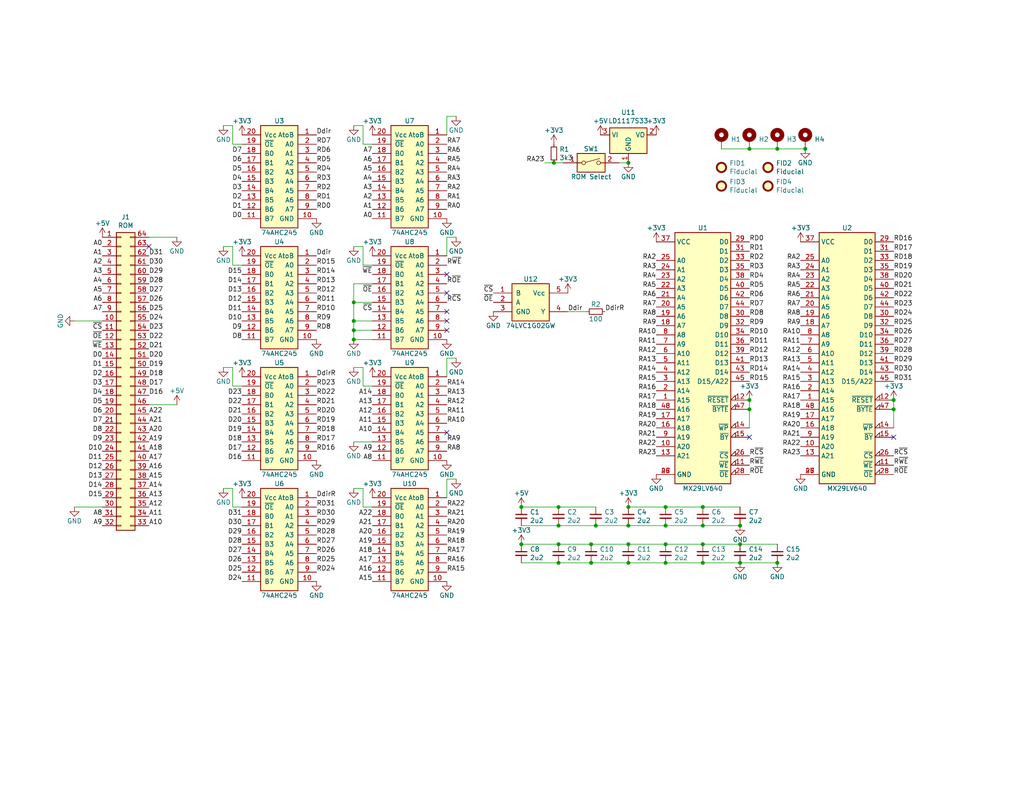
<source format=kicad_sch>
(kicad_sch (version 20230121) (generator eeschema)
  (paper "USLetter")
  (lib_symbols
    (symbol "Connector_Generic:Conn_02x32_Counter_Clockwise" (pin_names (offset 1.016) hide)
      (property "Reference" "J" (at 1.27 40.64 0))
      (property "Value" "Conn_02x32_Counter_Clockwise" (at 1.27 -43.18 0))
      (symbol "Conn_02x32_Counter_Clockwise_1_1"
        (pin passive line (at -5.08 38.1 0) (length 3.81) (name "Pin_1") (number "1"))
        (pin passive line (at -5.08 15.24 0) (length 3.81) (name "Pin_10") (number "10"))
        (pin passive line (at -5.08 12.7 0) (length 3.81) (name "Pin_11") (number "11"))
        (pin passive line (at -5.08 10.16 0) (length 3.81) (name "Pin_12") (number "12"))
        (pin passive line (at -5.08 7.62 0) (length 3.81) (name "Pin_13") (number "13"))
        (pin passive line (at -5.08 5.08 0) (length 3.81) (name "Pin_14") (number "14"))
        (pin passive line (at -5.08 2.54 0) (length 3.81) (name "Pin_15") (number "15"))
        (pin passive line (at -5.08 0 0) (length 3.81) (name "Pin_16") (number "16"))
        (pin passive line (at -5.08 -2.54 0) (length 3.81) (name "Pin_17") (number "17"))
        (pin passive line (at -5.08 -5.08 0) (length 3.81) (name "Pin_18") (number "18"))
        (pin passive line (at -5.08 -7.62 0) (length 3.81) (name "Pin_19") (number "19"))
        (pin passive line (at -5.08 35.56 0) (length 3.81) (name "Pin_2") (number "2"))
        (pin passive line (at -5.08 -10.16 0) (length 3.81) (name "Pin_20") (number "20"))
        (pin passive line (at -5.08 -12.7 0) (length 3.81) (name "Pin_21") (number "21"))
        (pin passive line (at -5.08 -15.24 0) (length 3.81) (name "Pin_22") (number "22"))
        (pin passive line (at -5.08 -17.78 0) (length 3.81) (name "Pin_23") (number "23"))
        (pin passive line (at -5.08 -20.32 0) (length 3.81) (name "Pin_24") (number "24"))
        (pin passive line (at -5.08 -22.86 0) (length 3.81) (name "Pin_25") (number "25"))
        (pin passive line (at -5.08 -25.4 0) (length 3.81) (name "Pin_26") (number "26"))
        (pin passive line (at -5.08 -27.94 0) (length 3.81) (name "Pin_27") (number "27"))
        (pin passive line (at -5.08 -30.48 0) (length 3.81) (name "Pin_28") (number "28"))
        (pin passive line (at -5.08 -33.02 0) (length 3.81) (name "Pin_29") (number "29"))
        (pin passive line (at -5.08 33.02 0) (length 3.81) (name "Pin_3") (number "3"))
        (pin passive line (at -5.08 -35.56 0) (length 3.81) (name "Pin_30") (number "30"))
        (pin passive line (at -5.08 -38.1 0) (length 3.81) (name "Pin_31") (number "31"))
        (pin passive line (at -5.08 -40.64 0) (length 3.81) (name "Pin_32") (number "32"))
        (pin passive line (at 7.62 -40.64 180) (length 3.81) (name "Pin_33") (number "33"))
        (pin passive line (at 7.62 -38.1 180) (length 3.81) (name "Pin_34") (number "34"))
        (pin passive line (at 7.62 -35.56 180) (length 3.81) (name "Pin_35") (number "35"))
        (pin passive line (at 7.62 -33.02 180) (length 3.81) (name "Pin_36") (number "36"))
        (pin passive line (at 7.62 -30.48 180) (length 3.81) (name "Pin_37") (number "37"))
        (pin passive line (at 7.62 -27.94 180) (length 3.81) (name "Pin_38") (number "38"))
        (pin passive line (at 7.62 -25.4 180) (length 3.81) (name "Pin_39") (number "39"))
        (pin passive line (at -5.08 30.48 0) (length 3.81) (name "Pin_4") (number "4"))
        (pin passive line (at 7.62 -22.86 180) (length 3.81) (name "Pin_40") (number "40"))
        (pin passive line (at 7.62 -20.32 180) (length 3.81) (name "Pin_41") (number "41"))
        (pin passive line (at 7.62 -17.78 180) (length 3.81) (name "Pin_42") (number "42"))
        (pin passive line (at 7.62 -15.24 180) (length 3.81) (name "Pin_43") (number "43"))
        (pin passive line (at 7.62 -12.7 180) (length 3.81) (name "Pin_44") (number "44"))
        (pin passive line (at 7.62 -10.16 180) (length 3.81) (name "Pin_45") (number "45"))
        (pin passive line (at 7.62 -7.62 180) (length 3.81) (name "Pin_46") (number "46"))
        (pin passive line (at 7.62 -5.08 180) (length 3.81) (name "Pin_47") (number "47"))
        (pin passive line (at 7.62 -2.54 180) (length 3.81) (name "Pin_48") (number "48"))
        (pin passive line (at 7.62 0 180) (length 3.81) (name "Pin_49") (number "49"))
        (pin passive line (at -5.08 27.94 0) (length 3.81) (name "Pin_5") (number "5"))
        (pin passive line (at 7.62 2.54 180) (length 3.81) (name "Pin_50") (number "50"))
        (pin passive line (at 7.62 5.08 180) (length 3.81) (name "Pin_51") (number "51"))
        (pin passive line (at 7.62 7.62 180) (length 3.81) (name "Pin_52") (number "52"))
        (pin passive line (at 7.62 10.16 180) (length 3.81) (name "Pin_53") (number "53"))
        (pin passive line (at 7.62 12.7 180) (length 3.81) (name "Pin_54") (number "54"))
        (pin passive line (at 7.62 15.24 180) (length 3.81) (name "Pin_55") (number "55"))
        (pin passive line (at 7.62 17.78 180) (length 3.81) (name "Pin_56") (number "56"))
        (pin passive line (at 7.62 20.32 180) (length 3.81) (name "Pin_57") (number "57"))
        (pin passive line (at 7.62 22.86 180) (length 3.81) (name "Pin_58") (number "58"))
        (pin passive line (at 7.62 25.4 180) (length 3.81) (name "Pin_59") (number "59"))
        (pin passive line (at -5.08 25.4 0) (length 3.81) (name "Pin_6") (number "6"))
        (pin passive line (at 7.62 27.94 180) (length 3.81) (name "Pin_60") (number "60"))
        (pin passive line (at 7.62 30.48 180) (length 3.81) (name "Pin_61") (number "61"))
        (pin passive line (at 7.62 33.02 180) (length 3.81) (name "Pin_62") (number "62"))
        (pin passive line (at 7.62 35.56 180) (length 3.81) (name "Pin_63") (number "63"))
        (pin passive line (at 7.62 38.1 180) (length 3.81) (name "Pin_64") (number "64"))
        (pin passive line (at -5.08 22.86 0) (length 3.81) (name "Pin_7") (number "7"))
        (pin passive line (at -5.08 20.32 0) (length 3.81) (name "Pin_8") (number "8"))
        (pin passive line (at -5.08 17.78 0) (length 3.81) (name "Pin_9") (number "9"))
      )
    )
    (symbol "Device:C_Small" (pin_numbers hide) (pin_names (offset 0.254) hide)
      (property "Reference" "C" (at 0.254 1.778 0))
      (property "Value" "C_Small" (at 0.254 -2.032 0))
      (symbol "C_Small_1_1"
        (pin passive line (at 0 2.54 270) (length 2.032) (name "~") (number "1"))
        (pin passive line (at 0 -2.54 90) (length 2.032) (name "~") (number "2"))
      )
    )
    (symbol "Device:R_Small" (pin_numbers hide) (pin_names (offset 0.254) hide)
      (property "Reference" "R" (at 0.762 0.508 0))
      (property "Value" "R_Small" (at 0.762 -1.016 0))
      (symbol "R_Small_1_1"
        (pin passive line (at 0 2.54 270) (length 0.762) (name "~") (number "1"))
        (pin passive line (at 0 -2.54 90) (length 0.762) (name "~") (number "2"))
      )
    )
    (symbol "Mechanical:Fiducial"
      (property "Reference" "FID" (at 0 5.08 0))
      (property "Value" "Fiducial" (at 0 3.175 0))
    )
    (symbol "Mechanical:MountingHole_Pad" (pin_numbers hide) (pin_names (offset 1.016) hide)
      (property "Reference" "H" (at 0 6.35 0))
      (property "Value" "MountingHole_Pad" (at 0 4.445 0))
      (symbol "MountingHole_Pad_1_1"
        (pin input line (at 0 -2.54 90) (length 2.54) (name "1") (number "1"))
      )
    )
    (symbol "ROMSIMM-rescue:741G02GW-GW_Logic" (pin_names (offset 1.016))
      (property "Reference" "U" (at 0 6.35 0))
      (property "Value" "GW_Logic_741G02GW" (at 0 -6.35 0))
      (symbol "741G02GW-GW_Logic_1_1"
        (pin input line (at -10.16 2.54 0) (length 5.08) (name "B") (number "1"))
        (pin input line (at -10.16 0 0) (length 5.08) (name "A") (number "2"))
        (pin power_in line (at -10.16 -2.54 0) (length 5.08) (name "GND") (number "3"))
        (pin output line (at 10.16 -2.54 180) (length 5.08) (name "Y") (number "4"))
        (pin power_in line (at 10.16 2.54 180) (length 5.08) (name "Vcc") (number "5"))
      )
    )
    (symbol "ROMSIMM-rescue:74245-GW_Logic" (pin_names (offset 1.016))
      (property "Reference" "U" (at 0 15.24 0))
      (property "Value" "GW_Logic_74245" (at 0 -15.24 0))
      (symbol "74245-GW_Logic_1_1"
        (pin input line (at -10.16 11.43 0) (length 5.08) (name "AtoB") (number "1"))
        (pin power_in line (at -10.16 -11.43 0) (length 5.08) (name "GND") (number "10"))
        (pin bidirectional line (at 10.16 -11.43 180) (length 5.08) (name "B7") (number "11"))
        (pin bidirectional line (at 10.16 -8.89 180) (length 5.08) (name "B6") (number "12"))
        (pin bidirectional line (at 10.16 -6.35 180) (length 5.08) (name "B5") (number "13"))
        (pin bidirectional line (at 10.16 -3.81 180) (length 5.08) (name "B4") (number "14"))
        (pin bidirectional line (at 10.16 -1.27 180) (length 5.08) (name "B3") (number "15"))
        (pin bidirectional line (at 10.16 1.27 180) (length 5.08) (name "B2") (number "16"))
        (pin bidirectional line (at 10.16 3.81 180) (length 5.08) (name "B1") (number "17"))
        (pin bidirectional line (at 10.16 6.35 180) (length 5.08) (name "B0") (number "18"))
        (pin input line (at 10.16 8.89 180) (length 5.08) (name "~{OE}") (number "19"))
        (pin bidirectional line (at -10.16 8.89 0) (length 5.08) (name "A0") (number "2"))
        (pin power_in line (at 10.16 11.43 180) (length 5.08) (name "Vcc") (number "20"))
        (pin bidirectional line (at -10.16 6.35 0) (length 5.08) (name "A1") (number "3"))
        (pin bidirectional line (at -10.16 3.81 0) (length 5.08) (name "A2") (number "4"))
        (pin bidirectional line (at -10.16 1.27 0) (length 5.08) (name "A3") (number "5"))
        (pin bidirectional line (at -10.16 -1.27 0) (length 5.08) (name "A4") (number "6"))
        (pin bidirectional line (at -10.16 -3.81 0) (length 5.08) (name "A5") (number "7"))
        (pin bidirectional line (at -10.16 -6.35 0) (length 5.08) (name "A6") (number "8"))
        (pin bidirectional line (at -10.16 -8.89 0) (length 5.08) (name "A7") (number "9"))
      )
    )
    (symbol "ROMSIMM-rescue:Flash-4Mx16-TSOP1-48-GW_RAM"
      (property "Reference" "U" (at 0 26.67 0))
      (property "Value" "GW_RAM_Flash-4Mx16-TSOP1-48" (at 0 0 90))
      (symbol "Flash-4Mx16-TSOP1-48-GW_RAM_0_0"
        (pin power_in line (at -12.7 -40.64 0) (length 5.08) (name "GND") (number "27"))
        (pin power_in line (at -12.7 22.86 0) (length 5.08) (name "VCC") (number "37"))
      )
      (symbol "Flash-4Mx16-TSOP1-48-GW_RAM_1_1"
        (pin input line (at -12.7 -20.32 0) (length 5.08) (name "A15") (number "1"))
        (pin input line (at -12.7 -33.02 0) (length 5.08) (name "A20") (number "10"))
        (pin input input_low (at 12.7 -38.1 180) (length 5.08) (name "~{WE}") (number "11"))
        (pin input input_low (at 12.7 -20.32 180) (length 5.08) (name "~{RESET}") (number "12"))
        (pin input line (at -12.7 -35.56 0) (length 5.08) (name "A21") (number "13"))
        (pin input input_low (at 12.7 -27.94 180) (length 5.08) (name "~{WP}") (number "14"))
        (pin input input_low (at 12.7 -30.48 180) (length 5.08) (name "~{BY}") (number "15"))
        (pin input line (at -12.7 -27.94 0) (length 5.08) (name "A18") (number "16"))
        (pin input line (at -12.7 -25.4 0) (length 5.08) (name "A17") (number "17"))
        (pin input line (at -12.7 0 0) (length 5.08) (name "A7") (number "18"))
        (pin input line (at -12.7 2.54 0) (length 5.08) (name "A6") (number "19"))
        (pin input line (at -12.7 -17.78 0) (length 5.08) (name "A14") (number "2"))
        (pin input line (at -12.7 5.08 0) (length 5.08) (name "A5") (number "20"))
        (pin input line (at -12.7 7.62 0) (length 5.08) (name "A4") (number "21"))
        (pin input line (at -12.7 10.16 0) (length 5.08) (name "A3") (number "22"))
        (pin input line (at -12.7 12.7 0) (length 5.08) (name "A2") (number "23"))
        (pin input line (at -12.7 15.24 0) (length 5.08) (name "A1") (number "24"))
        (pin input line (at -12.7 17.78 0) (length 5.08) (name "A0") (number "25"))
        (pin input input_low (at 12.7 -35.56 180) (length 5.08) (name "~{CS}") (number "26"))
        (pin input input_low (at 12.7 -40.64 180) (length 5.08) (name "~{OE}") (number "28"))
        (pin bidirectional line (at 12.7 22.86 180) (length 5.08) (name "D0") (number "29"))
        (pin input line (at -12.7 -15.24 0) (length 5.08) (name "A13") (number "3"))
        (pin bidirectional line (at 12.7 2.54 180) (length 5.08) (name "D8") (number "30"))
        (pin bidirectional line (at 12.7 20.32 180) (length 5.08) (name "D1") (number "31"))
        (pin bidirectional line (at 12.7 0 180) (length 5.08) (name "D9") (number "32"))
        (pin bidirectional line (at 12.7 17.78 180) (length 5.08) (name "D2") (number "33"))
        (pin bidirectional line (at 12.7 -2.54 180) (length 5.08) (name "D10") (number "34"))
        (pin bidirectional line (at 12.7 15.24 180) (length 5.08) (name "D3") (number "35"))
        (pin bidirectional line (at 12.7 -5.08 180) (length 5.08) (name "D11") (number "36"))
        (pin bidirectional line (at 12.7 12.7 180) (length 5.08) (name "D4") (number "38"))
        (pin bidirectional line (at 12.7 -7.62 180) (length 5.08) (name "D12") (number "39"))
        (pin input line (at -12.7 -12.7 0) (length 5.08) (name "A12") (number "4"))
        (pin bidirectional line (at 12.7 10.16 180) (length 5.08) (name "D5") (number "40"))
        (pin bidirectional line (at 12.7 -10.16 180) (length 5.08) (name "D13") (number "41"))
        (pin bidirectional line (at 12.7 7.62 180) (length 5.08) (name "D6") (number "42"))
        (pin bidirectional line (at 12.7 -12.7 180) (length 5.08) (name "D14") (number "43"))
        (pin bidirectional line (at 12.7 5.08 180) (length 5.08) (name "D7") (number "44"))
        (pin bidirectional line (at 12.7 -15.24 180) (length 5.08) (name "D15/A22") (number "45"))
        (pin power_in line (at -12.7 -40.64 0) (length 5.08) (name "GND") (number "46"))
        (pin input input_low (at 12.7 -22.86 180) (length 5.08) (name "~{BYTE}") (number "47"))
        (pin input line (at -12.7 -22.86 0) (length 5.08) (name "A16") (number "48"))
        (pin input line (at -12.7 -10.16 0) (length 5.08) (name "A11") (number "5"))
        (pin input line (at -12.7 -7.62 0) (length 5.08) (name "A10") (number "6"))
        (pin input line (at -12.7 -5.08 0) (length 5.08) (name "A9") (number "7"))
        (pin input line (at -12.7 -2.54 0) (length 5.08) (name "A8") (number "8"))
        (pin input line (at -12.7 -30.48 0) (length 5.08) (name "A19") (number "9"))
      )
    )
    (symbol "Regulator_Linear:LD1117S33TR_SOT223"
      (property "Reference" "U" (at -3.81 3.175 0))
      (property "Value" "LD1117S33TR_SOT223" (at 0 3.175 0))
      (symbol "LD1117S33TR_SOT223_1_1"
        (pin power_in line (at 0 -7.62 90) (length 2.54) (name "GND") (number "1"))
        (pin power_out line (at 7.62 0 180) (length 2.54) (name "VO") (number "2"))
        (pin power_in line (at -7.62 0 0) (length 2.54) (name "VI") (number "3"))
      )
    )
    (symbol "Switch:SW_DIP_x01" (pin_names (offset 0) hide)
      (property "Reference" "SW" (at 0 3.81 0))
      (property "Value" "SW_DIP_x01" (at 0 -3.81 0))
      (symbol "SW_DIP_x01_1_1"
        (pin passive line (at -7.62 0 0) (length 5.08) (name "~") (number "1"))
        (pin passive line (at 7.62 0 180) (length 5.08) (name "~") (number "2"))
      )
    )
    (symbol "power:+3V3" (power) (pin_names (offset 0))
      (property "Value" "+3V3" (at 0 3.556 0))
      (symbol "+3V3_1_1"
        (pin power_in line (at 0 0 90) (length 0) hide (name "+3V3") (number "1"))
      )
    )
    (symbol "power:+5V" (power) (pin_names (offset 0))
      (property "Value" "+5V" (at 0 3.556 0))
      (symbol "+5V_1_1"
        (pin power_in line (at 0 0 90) (length 0) hide (name "+5V") (number "1"))
      )
    )
    (symbol "power:GND" (power) (pin_names (offset 0))
      (property "Value" "GND" (at 0 -3.81 0))
      (symbol "GND_1_1"
        (pin power_in line (at 0 0 270) (length 0) hide (name "GND") (number "1"))
      )
    )
  )
  (junction (at 162.56 143.51))
  (junction (at 152.4 148.59))
  (junction (at 191.77 143.51))
  (junction (at 201.93 143.51))
  (junction (at 201.93 148.59))
  (junction (at 204.47 111.76))
  (junction (at 181.61 138.43))
  (junction (at 161.29 153.67))
  (junction (at 96.52 92.71))
  (junction (at 142.24 148.59))
  (junction (at 243.84 109.22))
  (junction (at 191.77 138.43))
  (junction (at 204.47 109.22))
  (junction (at 152.4 153.67))
  (junction (at 151.13 44.45))
  (junction (at 191.77 153.67))
  (junction (at 181.61 143.51))
  (junction (at 96.52 87.63))
  (junction (at 171.45 153.67))
  (junction (at 191.77 148.59))
  (junction (at 142.24 138.43))
  (junction (at 212.09 40.64))
  (junction (at 171.45 138.43))
  (junction (at 204.47 40.64))
  (junction (at 96.52 90.17))
  (junction (at 171.45 44.45))
  (junction (at 152.4 138.43))
  (junction (at 181.61 148.59))
  (junction (at 243.84 111.76))
  (junction (at 181.61 153.67))
  (junction (at 152.4 143.51))
  (junction (at 171.45 148.59))
  (junction (at 161.29 148.59))
  (junction (at 171.45 143.51))
  (junction (at 219.71 40.64))
  (junction (at 201.93 153.67))
  (junction (at 212.09 153.67))
  (junction (at 96.52 82.55))
  (no_connect (at 121.92 74.93))
  (no_connect (at 243.84 119.38))
  (no_connect (at 121.92 118.11))
  (no_connect (at 121.92 90.17))
  (no_connect (at 40.64 67.31))
  (no_connect (at 121.92 80.01))
  (no_connect (at 204.47 119.38))
  (no_connect (at 121.92 87.63))
  (no_connect (at 121.92 85.09))
  (wire (pts (xy 154.94 85.09) (xy 160.02 85.09)))
  (wire (pts (xy 96.52 82.55) (xy 96.52 77.47)))
  (wire (pts (xy 191.77 138.43) (xy 201.93 138.43)))
  (wire (pts (xy 99.06 67.31) (xy 99.06 72.39)))
  (wire (pts (xy 63.5 100.33) (xy 63.5 105.41)))
  (wire (pts (xy 96.52 133.35) (xy 99.06 133.35)))
  (wire (pts (xy 181.61 138.43) (xy 191.77 138.43)))
  (wire (pts (xy 121.92 69.85) (xy 121.92 64.77)))
  (wire (pts (xy 212.09 40.64) (xy 219.71 40.64)))
  (wire (pts (xy 181.61 153.67) (xy 191.77 153.67)))
  (wire (pts (xy 191.77 148.59) (xy 201.93 148.59)))
  (wire (pts (xy 96.52 100.33) (xy 99.06 100.33)))
  (wire (pts (xy 101.6 82.55) (xy 96.52 82.55)))
  (wire (pts (xy 96.52 77.47) (xy 101.6 77.47)))
  (wire (pts (xy 191.77 153.67) (xy 201.93 153.67)))
  (wire (pts (xy 60.96 34.29) (xy 63.5 34.29)))
  (wire (pts (xy 204.47 116.84) (xy 204.47 111.76)))
  (wire (pts (xy 99.06 72.39) (xy 101.6 72.39)))
  (wire (pts (xy 152.4 143.51) (xy 162.56 143.51)))
  (wire (pts (xy 63.5 39.37) (xy 66.04 39.37)))
  (wire (pts (xy 243.84 111.76) (xy 243.84 109.22)))
  (wire (pts (xy 152.4 153.67) (xy 161.29 153.67)))
  (wire (pts (xy 99.06 133.35) (xy 99.06 138.43)))
  (wire (pts (xy 99.06 39.37) (xy 101.6 39.37)))
  (wire (pts (xy 171.45 138.43) (xy 181.61 138.43)))
  (wire (pts (xy 99.06 105.41) (xy 101.6 105.41)))
  (wire (pts (xy 204.47 40.64) (xy 212.09 40.64)))
  (wire (pts (xy 201.93 153.67) (xy 212.09 153.67)))
  (wire (pts (xy 121.92 135.89) (xy 121.92 130.81)))
  (wire (pts (xy 161.29 148.59) (xy 152.4 148.59)))
  (wire (pts (xy 148.59 44.45) (xy 151.13 44.45)))
  (wire (pts (xy 142.24 148.59) (xy 152.4 148.59)))
  (wire (pts (xy 181.61 148.59) (xy 191.77 148.59)))
  (wire (pts (xy 20.32 138.43) (xy 27.94 138.43)))
  (wire (pts (xy 48.26 110.49) (xy 40.64 110.49)))
  (wire (pts (xy 204.47 109.22) (xy 204.47 111.76)))
  (wire (pts (xy 152.4 138.43) (xy 162.56 138.43)))
  (wire (pts (xy 99.06 100.33) (xy 99.06 105.41)))
  (wire (pts (xy 48.26 64.77) (xy 40.64 64.77)))
  (wire (pts (xy 171.45 143.51) (xy 181.61 143.51)))
  (wire (pts (xy 124.46 31.75) (xy 121.92 31.75)))
  (wire (pts (xy 96.52 90.17) (xy 101.6 90.17)))
  (wire (pts (xy 151.13 44.45) (xy 153.67 44.45)))
  (wire (pts (xy 101.6 87.63) (xy 96.52 87.63)))
  (wire (pts (xy 161.29 153.67) (xy 171.45 153.67)))
  (wire (pts (xy 63.5 34.29) (xy 63.5 39.37)))
  (wire (pts (xy 124.46 64.77) (xy 121.92 64.77)))
  (wire (pts (xy 63.5 133.35) (xy 63.5 138.43)))
  (wire (pts (xy 243.84 111.76) (xy 243.84 116.84)))
  (wire (pts (xy 63.5 72.39) (xy 66.04 72.39)))
  (wire (pts (xy 99.06 34.29) (xy 99.06 39.37)))
  (wire (pts (xy 181.61 143.51) (xy 191.77 143.51)))
  (wire (pts (xy 124.46 130.81) (xy 121.92 130.81)))
  (wire (pts (xy 196.85 40.64) (xy 204.47 40.64)))
  (wire (pts (xy 96.52 90.17) (xy 96.52 87.63)))
  (wire (pts (xy 121.92 102.87) (xy 121.92 97.79)))
  (wire (pts (xy 60.96 133.35) (xy 63.5 133.35)))
  (wire (pts (xy 162.56 143.51) (xy 171.45 143.51)))
  (wire (pts (xy 142.24 138.43) (xy 152.4 138.43)))
  (wire (pts (xy 171.45 148.59) (xy 181.61 148.59)))
  (wire (pts (xy 63.5 138.43) (xy 66.04 138.43)))
  (wire (pts (xy 142.24 153.67) (xy 152.4 153.67)))
  (wire (pts (xy 96.52 120.65) (xy 101.6 120.65)))
  (wire (pts (xy 168.91 44.45) (xy 171.45 44.45)))
  (wire (pts (xy 191.77 143.51) (xy 201.93 143.51)))
  (wire (pts (xy 60.96 67.31) (xy 63.5 67.31)))
  (wire (pts (xy 161.29 148.59) (xy 171.45 148.59)))
  (wire (pts (xy 96.52 67.31) (xy 99.06 67.31)))
  (wire (pts (xy 20.32 87.63) (xy 27.94 87.63)))
  (wire (pts (xy 201.93 148.59) (xy 212.09 148.59)))
  (wire (pts (xy 124.46 97.79) (xy 121.92 97.79)))
  (wire (pts (xy 96.52 87.63) (xy 96.52 82.55)))
  (wire (pts (xy 121.92 36.83) (xy 121.92 31.75)))
  (wire (pts (xy 96.52 34.29) (xy 99.06 34.29)))
  (wire (pts (xy 171.45 153.67) (xy 181.61 153.67)))
  (wire (pts (xy 101.6 92.71) (xy 96.52 92.71)))
  (wire (pts (xy 99.06 138.43) (xy 101.6 138.43)))
  (wire (pts (xy 60.96 100.33) (xy 63.5 100.33)))
  (wire (pts (xy 63.5 67.31) (xy 63.5 72.39)))
  (wire (pts (xy 142.24 143.51) (xy 152.4 143.51)))
  (wire (pts (xy 63.5 105.41) (xy 66.04 105.41)))
  (wire (pts (xy 96.52 92.71) (xy 96.52 90.17)))
  (label "DdirR" (at 165.1 85.09 0))
  (label "RA19" (at 179.07 114.3 180))
  (label "RA9" (at 179.07 88.9 180))
  (label "Ddir" (at 86.36 36.83 0))
  (label "D16" (at 40.64 107.95 0))
  (label "A17" (at 101.6 153.67 180))
  (label "A13" (at 101.6 110.49 180))
  (label "D24" (at 66.04 158.75 180))
  (label "D27" (at 66.04 151.13 180))
  (label "D17" (at 66.04 123.19 180))
  (label "RD19" (at 86.36 115.57 0))
  (label "D1" (at 27.94 100.33 180))
  (label "RA11" (at 121.92 113.03 0))
  (label "DdirR" (at 86.36 135.89 0))
  (label "RD13" (at 204.47 99.06 0))
  (label "RD10" (at 86.36 85.09 0))
  (label "RD8" (at 204.47 86.36 0))
  (label "RD12" (at 204.47 96.52 0))
  (label "RA5" (at 179.07 78.74 180))
  (label "D3" (at 66.04 52.07 180))
  (label "D1" (at 66.04 57.15 180))
  (label "Ddir" (at 154.94 85.09 0))
  (label "RA14" (at 179.07 101.6 180))
  (label "~{OE}" (at 134.62 82.55 180))
  (label "A19" (at 101.6 148.59 180))
  (label "RA3" (at 121.92 49.53 0))
  (label "D19" (at 40.64 100.33 0))
  (label "D8" (at 27.94 118.11 180))
  (label "D30" (at 40.64 72.39 0))
  (label "RD23" (at 243.84 83.82 0))
  (label "RA21" (at 121.92 140.97 0))
  (label "~{OE}" (at 27.94 92.71 180))
  (label "D8" (at 66.04 92.71 180))
  (label "RD25" (at 86.36 153.67 0))
  (label "D13" (at 66.04 80.01 180))
  (label "RD6" (at 86.36 41.91 0))
  (label "RD14" (at 86.36 74.93 0))
  (label "A12" (at 101.6 113.03 180))
  (label "R~{WE}" (at 204.47 127 0))
  (label "Ddir" (at 86.36 69.85 0))
  (label "RA15" (at 179.07 104.14 180))
  (label "RA0" (at 121.92 57.15 0))
  (label "D23" (at 40.64 90.17 0))
  (label "~{WE}" (at 27.94 95.25 180))
  (label "~{CS}" (at 134.62 80.01 180))
  (label "RD29" (at 86.36 143.51 0))
  (label "D25" (at 40.64 85.09 0))
  (label "RD26" (at 86.36 151.13 0))
  (label "RA23" (at 179.07 124.46 180))
  (label "RD7" (at 204.47 83.82 0))
  (label "RD17" (at 243.84 68.58 0))
  (label "RD27" (at 243.84 93.98 0))
  (label "RD1" (at 86.36 54.61 0))
  (label "A7" (at 101.6 41.91 180))
  (label "RD11" (at 204.47 93.98 0))
  (label "RA6" (at 121.92 41.91 0))
  (label "RA2" (at 121.92 52.07 0))
  (label "A16" (at 101.6 156.21 180))
  (label "RA1" (at 121.92 54.61 0))
  (label "RD3" (at 204.47 73.66 0))
  (label "D9" (at 27.94 120.65 180))
  (label "RD13" (at 86.36 77.47 0))
  (label "A12" (at 40.64 138.43 0))
  (label "D9" (at 66.04 90.17 180))
  (label "RA3" (at 179.07 73.66 180))
  (label "RD9" (at 86.36 87.63 0))
  (label "D28" (at 40.64 77.47 0))
  (label "RA6" (at 218.44 81.28 180))
  (label "RA4" (at 179.07 76.2 180))
  (label "RD6" (at 204.47 81.28 0))
  (label "A13" (at 40.64 135.89 0))
  (label "RA7" (at 121.92 39.37 0))
  (label "RA6" (at 179.07 81.28 180))
  (label "A20" (at 101.6 146.05 180))
  (label "RA12" (at 218.44 96.52 180))
  (label "D6" (at 27.94 113.03 180))
  (label "RA2" (at 218.44 71.12 180))
  (label "A3" (at 101.6 52.07 180))
  (label "~{CS}" (at 27.94 90.17 180))
  (label "RD0" (at 204.47 66.04 0))
  (label "A22" (at 101.6 140.97 180))
  (label "RA16" (at 218.44 106.68 180))
  (label "A6" (at 27.94 82.55 180))
  (label "A5" (at 27.94 80.01 180))
  (label "RA18" (at 218.44 111.76 180))
  (label "A16" (at 40.64 128.27 0))
  (label "RD21" (at 243.84 78.74 0))
  (label "A14" (at 101.6 107.95 180))
  (label "RD3" (at 86.36 49.53 0))
  (label "A1" (at 101.6 57.15 180))
  (label "RA19" (at 121.92 146.05 0))
  (label "A22" (at 40.64 113.03 0))
  (label "RA7" (at 179.07 83.82 180))
  (label "RD28" (at 243.84 96.52 0))
  (label "R~{CS}" (at 243.84 124.46 0))
  (label "RD14" (at 204.47 101.6 0))
  (label "RD4" (at 204.47 76.2 0))
  (label "A21" (at 40.64 115.57 0))
  (label "RA5" (at 121.92 44.45 0))
  (label "RD10" (at 204.47 91.44 0))
  (label "A15" (at 40.64 130.81 0))
  (label "RA11" (at 179.07 93.98 180))
  (label "D25" (at 66.04 156.21 180))
  (label "RA13" (at 179.07 99.06 180))
  (label "R~{CS}" (at 121.92 82.55 0))
  (label "RD25" (at 243.84 88.9 0))
  (label "D6" (at 66.04 44.45 180))
  (label "D21" (at 40.64 95.25 0))
  (label "D30" (at 66.04 143.51 180))
  (label "RA12" (at 179.07 96.52 180))
  (label "RA22" (at 179.07 121.92 180))
  (label "RA23" (at 218.44 124.46 180))
  (label "RA21" (at 218.44 119.38 180))
  (label "D31" (at 40.64 69.85 0))
  (label "RD31" (at 243.84 104.14 0))
  (label "RA22" (at 121.92 138.43 0))
  (label "RA21" (at 179.07 119.38 180))
  (label "RA15" (at 121.92 156.21 0))
  (label "D10" (at 66.04 87.63 180))
  (label "A10" (at 101.6 118.11 180))
  (label "A20" (at 40.64 118.11 0))
  (label "D15" (at 27.94 135.89 180))
  (label "RA17" (at 121.92 151.13 0))
  (label "RA13" (at 218.44 99.06 180))
  (label "A19" (at 40.64 120.65 0))
  (label "RD11" (at 86.36 82.55 0))
  (label "D19" (at 66.04 118.11 180))
  (label "RA22" (at 218.44 121.92 180))
  (label "R~{OE}" (at 243.84 129.54 0))
  (label "D28" (at 66.04 148.59 180))
  (label "D14" (at 66.04 77.47 180))
  (label "A6" (at 101.6 44.45 180))
  (label "RD24" (at 243.84 86.36 0))
  (label "A9" (at 101.6 123.19 180))
  (label "RA14" (at 218.44 101.6 180))
  (label "RD15" (at 204.47 104.14 0))
  (label "~{CS}" (at 101.6 85.09 180))
  (label "RA4" (at 218.44 76.2 180))
  (label "D18" (at 40.64 102.87 0))
  (label "RD4" (at 86.36 46.99 0))
  (label "D23" (at 66.04 107.95 180))
  (label "RD27" (at 86.36 148.59 0))
  (label "~{OE}" (at 101.6 80.01 180))
  (label "D5" (at 66.04 46.99 180))
  (label "D7" (at 27.94 115.57 180))
  (label "A17" (at 40.64 125.73 0))
  (label "D24" (at 40.64 87.63 0))
  (label "D29" (at 40.64 74.93 0))
  (label "RA16" (at 179.07 106.68 180))
  (label "D12" (at 66.04 82.55 180))
  (label "RA13" (at 121.92 107.95 0))
  (label "RD9" (at 204.47 88.9 0))
  (label "D11" (at 27.94 125.73 180))
  (label "A18" (at 101.6 151.13 180))
  (label "RA20" (at 121.92 143.51 0))
  (label "RD28" (at 86.36 146.05 0))
  (label "RD19" (at 243.84 73.66 0))
  (label "RD12" (at 86.36 80.01 0))
  (label "D7" (at 66.04 41.91 180))
  (label "RD23" (at 86.36 105.41 0))
  (label "RD16" (at 86.36 123.19 0))
  (label "A15" (at 101.6 158.75 180))
  (label "D26" (at 40.64 82.55 0))
  (label "D11" (at 66.04 85.09 180))
  (label "RD20" (at 86.36 113.03 0))
  (label "D13" (at 27.94 130.81 180))
  (label "RD0" (at 86.36 57.15 0))
  (label "RD17" (at 86.36 120.65 0))
  (label "R~{OE}" (at 121.92 77.47 0))
  (label "RA12" (at 121.92 110.49 0))
  (label "D0" (at 66.04 59.69 180))
  (label "RA10" (at 121.92 115.57 0))
  (label "RD24" (at 86.36 156.21 0))
  (label "R~{CS}" (at 204.47 124.46 0))
  (label "D0" (at 27.94 97.79 180))
  (label "RA14" (at 121.92 105.41 0))
  (label "RD1" (at 204.47 68.58 0))
  (label "RD18" (at 86.36 118.11 0))
  (label "RA7" (at 218.44 83.82 180))
  (label "RA19" (at 218.44 114.3 180))
  (label "RA18" (at 121.92 148.59 0))
  (label "RA18" (at 179.07 111.76 180))
  (label "RA11" (at 218.44 93.98 180))
  (label "D26" (at 66.04 153.67 180))
  (label "D2" (at 66.04 54.61 180))
  (label "A18" (at 40.64 123.19 0))
  (label "RA10" (at 218.44 91.44 180))
  (label "RA17" (at 179.07 109.22 180))
  (label "D31" (at 66.04 140.97 180))
  (label "D16" (at 66.04 125.73 180))
  (label "A4" (at 101.6 49.53 180))
  (label "RA10" (at 179.07 91.44 180))
  (label "RD8" (at 86.36 90.17 0))
  (label "RD22" (at 86.36 107.95 0))
  (label "D14" (at 27.94 133.35 180))
  (label "R~{WE}" (at 243.84 127 0))
  (label "RD20" (at 243.84 76.2 0))
  (label "A9" (at 27.94 143.51 180))
  (label "RD29" (at 243.84 99.06 0))
  (label "RD18" (at 243.84 71.12 0))
  (label "D12" (at 27.94 128.27 180))
  (label "RA9" (at 121.92 120.65 0))
  (label "A2" (at 27.94 72.39 180))
  (label "A7" (at 27.94 85.09 180))
  (label "R~{OE}" (at 204.47 129.54 0))
  (label "~{WE}" (at 101.6 74.93 180))
  (label "D4" (at 66.04 49.53 180))
  (label "A1" (at 27.94 69.85 180))
  (label "D29" (at 66.04 146.05 180))
  (label "RD2" (at 86.36 52.07 0))
  (label "RA23" (at 148.59 44.45 180))
  (label "RD30" (at 86.36 140.97 0))
  (label "RA2" (at 179.07 71.12 180))
  (label "A4" (at 27.94 77.47 180))
  (label "RD31" (at 86.36 138.43 0))
  (label "A21" (at 101.6 143.51 180))
  (label "D17" (at 40.64 105.41 0))
  (label "D22" (at 66.04 110.49 180))
  (label "A5" (at 101.6 46.99 180))
  (label "RD21" (at 86.36 110.49 0))
  (label "RA9" (at 218.44 88.9 180))
  (label "RA20" (at 179.07 116.84 180))
  (label "RD2" (at 204.47 71.12 0))
  (label "D22" (at 40.64 92.71 0))
  (label "RA20" (at 218.44 116.84 180))
  (label "A11" (at 101.6 115.57 180))
  (label "D5" (at 27.94 110.49 180))
  (label "A2" (at 101.6 54.61 180))
  (label "RD30" (at 243.84 101.6 0))
  (label "RD7" (at 86.36 39.37 0))
  (label "DdirR" (at 86.36 102.87 0))
  (label "RD26" (at 243.84 91.44 0))
  (label "A10" (at 40.64 143.51 0))
  (label "RD5" (at 86.36 44.45 0))
  (label "RD22" (at 243.84 81.28 0))
  (label "RD16" (at 243.84 66.04 0))
  (label "RA4" (at 121.92 46.99 0))
  (label "D27" (at 40.64 80.01 0))
  (label "RA8" (at 121.92 123.19 0))
  (label "D21" (at 66.04 113.03 180))
  (label "A8" (at 101.6 125.73 180))
  (label "A14" (at 40.64 133.35 0))
  (label "RD15" (at 86.36 72.39 0))
  (label "A0" (at 101.6 59.69 180))
  (label "D10" (at 27.94 123.19 180))
  (label "RA3" (at 218.44 73.66 180))
  (label "RA8" (at 179.07 86.36 180))
  (label "D15" (at 66.04 74.93 180))
  (label "R~{WE}" (at 121.92 72.39 0))
  (label "A3" (at 27.94 74.93 180))
  (label "D3" (at 27.94 105.41 180))
  (label "D20" (at 66.04 115.57 180))
  (label "RA16" (at 121.92 153.67 0))
  (label "D20" (at 40.64 97.79 0))
  (label "A11" (at 40.64 140.97 0))
  (label "D4" (at 27.94 107.95 180))
  (label "RA5" (at 218.44 78.74 180))
  (label "A0" (at 27.94 67.31 180))
  (label "D2" (at 27.94 102.87 180))
  (label "RD5" (at 204.47 78.74 0))
  (label "D18" (at 66.04 120.65 180))
  (label "RA8" (at 218.44 86.36 180))
  (label "RA17" (at 218.44 109.22 180))
  (label "RA15" (at 218.44 104.14 180))
  (label "A8" (at 27.94 140.97 180))
  (symbol (lib_id "power:GND") (at 201.93 143.51 0) (unit 1)
    (property "Reference" "#PWR0114" (effects hide))
    (property "Value" "GND" (at 201.93 147.32 0))
  )
  (symbol (lib_id "Connector_Generic:Conn_02x32_Counter_Clockwise") (at 33.02 102.87 0) (unit 1)
    (property "Reference" "J1" (at 34.29 59.2582 0))
    (property "Value" "ROM" (at 34.29 61.5696 0))
    (property "Footprint" "stdpads:MacIIROMSIMM_Edge" (effects hide))
  )
  (symbol (lib_id "power:+5V") (at 27.94 64.77 0) (unit 1)
    (property "Reference" "#PWR0109" (effects hide))
    (property "Value" "+5V" (at 27.94 60.96 0))
  )
  (symbol (lib_id "power:+5V") (at 48.26 110.49 0) (unit 1)
    (property "Reference" "#PWR0110" (effects hide))
    (property "Value" "+5V" (at 48.26 106.68 0))
  )
  (symbol (lib_id "Device:C_Small") (at 181.61 140.97 0) (unit 1)
    (property "Reference" "C5" (at 183.9468 139.8016 0) (effects (justify left)))
    (property "Value" "2u2" (at 183.9468 142.113 0) (effects (justify left)))
    (property "Footprint" "stdpads:C_0603" (effects hide))
  )
  (symbol (lib_id "Device:C_Small") (at 191.77 140.97 0) (unit 1)
    (property "Reference" "C6" (at 194.1068 139.8016 0) (effects (justify left)))
    (property "Value" "2u2" (at 194.1068 142.113 0) (effects (justify left)))
    (property "Footprint" "stdpads:C_0603" (effects hide))
  )
  (symbol (lib_id "power:GND") (at 20.32 138.43 0) (unit 1)
    (property "Reference" "#PWR0111" (effects hide))
    (property "Value" "GND" (at 20.32 142.24 0))
  )
  (symbol (lib_id "power:GND") (at 48.26 64.77 0) (unit 1)
    (property "Reference" "#PWR0112" (effects hide))
    (property "Value" "GND" (at 48.26 68.58 0))
  )
  (symbol (lib_id "power:GND") (at 20.32 87.63 270) (unit 1)
    (property "Reference" "#PWR0115" (effects hide))
    (property "Value" "GND" (at 16.51 87.63 0))
  )
  (symbol (lib_id "ROMSIMM-rescue:Flash-4Mx16-TSOP1-48-GW_RAM") (at 191.77 88.9 0) (unit 1)
    (property "Reference" "U1" (at 191.77 62.23 0))
    (property "Value" "MX29LV640" (at 191.77 133.35 0))
    (property "Footprint" "stdpads:TSOP-I-48_18.4x12mm_P0.5mm" (effects hide))
    (property "Datasheet" "http://ww1.microchip.com/downloads/en/DeviceDoc/25022B.pdf" (effects hide))
  )
  (symbol (lib_id "ROMSIMM-rescue:Flash-4Mx16-TSOP1-48-GW_RAM") (at 231.14 88.9 0) (unit 1)
    (property "Reference" "U2" (at 231.14 62.23 0))
    (property "Value" "MX29LV640" (at 231.14 133.35 0))
    (property "Footprint" "stdpads:TSOP-I-48_18.4x12mm_P0.5mm" (effects hide))
    (property "Datasheet" "http://ww1.microchip.com/downloads/en/DeviceDoc/25022B.pdf" (effects hide))
  )
  (symbol (lib_id "power:+3V3") (at 204.47 109.22 0) (unit 1)
    (property "Reference" "#PWR0120" (effects hide))
    (property "Value" "+3V3" (at 204.47 105.41 0))
  )
  (symbol (lib_id "power:+3V3") (at 179.07 66.04 0) (unit 1)
    (property "Reference" "#PWR0119" (effects hide))
    (property "Value" "+3V3" (at 179.07 62.23 0))
  )
  (symbol (lib_id "power:+3V3") (at 218.44 66.04 0) (unit 1)
    (property "Reference" "#PWR0118" (effects hide))
    (property "Value" "+3V3" (at 218.44 62.23 0))
  )
  (symbol (lib_id "power:+3V3") (at 243.84 109.22 0) (unit 1)
    (property "Reference" "#PWR0117" (effects hide))
    (property "Value" "+3V3" (at 243.84 105.41 0))
  )
  (symbol (lib_id "power:GND") (at 179.07 129.54 0) (unit 1)
    (property "Reference" "#PWR0116" (effects hide))
    (property "Value" "GND" (at 179.07 133.35 0))
  )
  (symbol (lib_id "power:GND") (at 218.44 129.54 0) (unit 1)
    (property "Reference" "#PWR0113" (effects hide))
    (property "Value" "GND" (at 218.44 133.35 0))
  )
  (symbol (lib_id "Device:C_Small") (at 181.61 151.13 0) (unit 1)
    (property "Reference" "C12" (at 183.9468 149.9616 0) (effects (justify left)))
    (property "Value" "2u2" (at 183.9468 152.273 0) (effects (justify left)))
    (property "Footprint" "stdpads:C_0603" (effects hide))
  )
  (symbol (lib_id "Device:C_Small") (at 191.77 151.13 0) (unit 1)
    (property "Reference" "C13" (at 194.1068 149.9616 0) (effects (justify left)))
    (property "Value" "2u2" (at 194.1068 152.273 0) (effects (justify left)))
    (property "Footprint" "stdpads:C_0603" (effects hide))
  )
  (symbol (lib_id "ROMSIMM-rescue:74245-GW_Logic") (at 76.2 147.32 0) (mirror y) (unit 1)
    (property "Reference" "U6" (at 76.2 132.08 0))
    (property "Value" "74AHC245" (at 76.2 162.56 0))
    (property "Footprint" "stdpads:TSSOP-20_4.4x6.5mm_P0.65mm" (effects hide))
  )
  (symbol (lib_id "Device:R_Small") (at 151.13 41.91 0) (unit 1)
    (property "Reference" "R1" (at 152.6286 40.7416 0) (effects (justify left)))
    (property "Value" "3k3" (at 152.6286 43.053 0) (effects (justify left)))
    (property "Footprint" "stdpads:R_0805" (effects hide))
  )
  (symbol (lib_id "power:GND") (at 96.52 120.65 0) (mirror y) (unit 1)
    (property "Reference" "#PWR0149" (effects hide))
    (property "Value" "GND" (at 96.52 124.46 0))
  )
  (symbol (lib_id "power:GND") (at 96.52 92.71 0) (mirror y) (unit 1)
    (property "Reference" "#PWR0150" (effects hide))
    (property "Value" "GND" (at 96.52 96.52 0))
  )
  (symbol (lib_id "power:+3V3") (at 151.13 39.37 0) (mirror y) (unit 1)
    (property "Reference" "#PWR0151" (effects hide))
    (property "Value" "+3V3" (at 151.13 35.56 0))
  )
  (symbol (lib_id "power:GND") (at 86.36 158.75 0) (mirror y) (unit 1)
    (property "Reference" "#PWR0101" (effects hide))
    (property "Value" "GND" (at 86.36 162.56 0))
  )
  (symbol (lib_id "power:+3V3") (at 66.04 135.89 0) (mirror y) (unit 1)
    (property "Reference" "#PWR0102" (effects hide))
    (property "Value" "+3V3" (at 66.04 132.08 0))
  )
  (symbol (lib_id "Switch:SW_DIP_x01") (at 161.29 44.45 0) (unit 1)
    (property "Reference" "SW1" (at 161.29 40.64 0))
    (property "Value" "ROM Select" (at 161.29 48.26 0))
    (property "Footprint" "Button_Switch_SMD:SW_DIP_SPSTx01_Slide_6.7x4.1mm_W8.61mm_P2.54mm_LowProfile" (effects hide))
  )
  (symbol (lib_id "ROMSIMM-rescue:74245-GW_Logic") (at 76.2 114.3 0) (mirror y) (unit 1)
    (property "Reference" "U5" (at 76.2 99.06 0))
    (property "Value" "74AHC245" (at 76.2 129.54 0))
    (property "Footprint" "stdpads:TSSOP-20_4.4x6.5mm_P0.65mm" (effects hide))
  )
  (symbol (lib_id "power:GND") (at 86.36 125.73 0) (mirror y) (unit 1)
    (property "Reference" "#PWR0103" (effects hide))
    (property "Value" "GND" (at 86.36 129.54 0))
  )
  (symbol (lib_id "power:+3V3") (at 66.04 102.87 0) (mirror y) (unit 1)
    (property "Reference" "#PWR0104" (effects hide))
    (property "Value" "+3V3" (at 66.04 99.06 0))
  )
  (symbol (lib_id "ROMSIMM-rescue:74245-GW_Logic") (at 76.2 81.28 0) (mirror y) (unit 1)
    (property "Reference" "U4" (at 76.2 66.04 0))
    (property "Value" "74AHC245" (at 76.2 96.52 0))
    (property "Footprint" "stdpads:TSSOP-20_4.4x6.5mm_P0.65mm" (effects hide))
  )
  (symbol (lib_id "power:GND") (at 86.36 92.71 0) (mirror y) (unit 1)
    (property "Reference" "#PWR0105" (effects hide))
    (property "Value" "GND" (at 86.36 96.52 0))
  )
  (symbol (lib_id "power:+3V3") (at 66.04 69.85 0) (mirror y) (unit 1)
    (property "Reference" "#PWR0106" (effects hide))
    (property "Value" "+3V3" (at 66.04 66.04 0))
  )
  (symbol (lib_id "ROMSIMM-rescue:74245-GW_Logic") (at 76.2 48.26 0) (mirror y) (unit 1)
    (property "Reference" "U3" (at 76.2 33.02 0))
    (property "Value" "74AHC245" (at 76.2 63.5 0))
    (property "Footprint" "stdpads:TSSOP-20_4.4x6.5mm_P0.65mm" (effects hide))
  )
  (symbol (lib_id "power:GND") (at 86.36 59.69 0) (mirror y) (unit 1)
    (property "Reference" "#PWR0107" (effects hide))
    (property "Value" "GND" (at 86.36 63.5 0))
  )
  (symbol (lib_id "power:+3V3") (at 66.04 36.83 0) (mirror y) (unit 1)
    (property "Reference" "#PWR0108" (effects hide))
    (property "Value" "+3V3" (at 66.04 33.02 0))
  )
  (symbol (lib_id "power:GND") (at 96.52 67.31 0) (unit 1)
    (property "Reference" "#PWR0131" (effects hide))
    (property "Value" "GND" (at 96.52 71.12 0))
  )
  (symbol (lib_id "power:GND") (at 60.96 34.29 0) (unit 1)
    (property "Reference" "#PWR0121" (effects hide))
    (property "Value" "GND" (at 60.96 38.1 0))
  )
  (symbol (lib_id "power:GND") (at 60.96 67.31 0) (unit 1)
    (property "Reference" "#PWR0122" (effects hide))
    (property "Value" "GND" (at 60.96 71.12 0))
  )
  (symbol (lib_id "power:GND") (at 60.96 100.33 0) (unit 1)
    (property "Reference" "#PWR0123" (effects hide))
    (property "Value" "GND" (at 60.96 104.14 0))
  )
  (symbol (lib_id "power:GND") (at 60.96 133.35 0) (unit 1)
    (property "Reference" "#PWR0124" (effects hide))
    (property "Value" "GND" (at 60.96 137.16 0))
  )
  (symbol (lib_id "ROMSIMM-rescue:74245-GW_Logic") (at 111.76 147.32 0) (mirror y) (unit 1)
    (property "Reference" "U10" (at 111.76 132.08 0))
    (property "Value" "74AHC245" (at 111.76 162.56 0))
    (property "Footprint" "stdpads:TSSOP-20_4.4x6.5mm_P0.65mm" (effects hide))
  )
  (symbol (lib_id "power:GND") (at 121.92 158.75 0) (mirror y) (unit 1)
    (property "Reference" "#PWR0125" (effects hide))
    (property "Value" "GND" (at 121.92 162.56 0))
  )
  (symbol (lib_id "power:+3V3") (at 101.6 135.89 0) (mirror y) (unit 1)
    (property "Reference" "#PWR0126" (effects hide))
    (property "Value" "+3V3" (at 101.6 132.08 0))
  )
  (symbol (lib_id "ROMSIMM-rescue:74245-GW_Logic") (at 111.76 114.3 0) (mirror y) (unit 1)
    (property "Reference" "U9" (at 111.76 99.06 0))
    (property "Value" "74AHC245" (at 111.76 129.54 0))
    (property "Footprint" "stdpads:TSSOP-20_4.4x6.5mm_P0.65mm" (effects hide))
  )
  (symbol (lib_id "power:+3V3") (at 101.6 102.87 0) (mirror y) (unit 1)
    (property "Reference" "#PWR0127" (effects hide))
    (property "Value" "+3V3" (at 101.6 99.06 0))
  )
  (symbol (lib_id "ROMSIMM-rescue:74245-GW_Logic") (at 111.76 81.28 0) (mirror y) (unit 1)
    (property "Reference" "U8" (at 111.76 66.04 0))
    (property "Value" "74AHC245" (at 111.76 96.52 0))
    (property "Footprint" "stdpads:TSSOP-20_4.4x6.5mm_P0.65mm" (effects hide))
  )
  (symbol (lib_id "power:+3V3") (at 101.6 69.85 0) (mirror y) (unit 1)
    (property "Reference" "#PWR0128" (effects hide))
    (property "Value" "+3V3" (at 101.6 66.04 0))
  )
  (symbol (lib_id "ROMSIMM-rescue:74245-GW_Logic") (at 111.76 48.26 0) (mirror y) (unit 1)
    (property "Reference" "U7" (at 111.76 33.02 0))
    (property "Value" "74AHC245" (at 111.76 63.5 0))
    (property "Footprint" "stdpads:TSSOP-20_4.4x6.5mm_P0.65mm" (effects hide))
  )
  (symbol (lib_id "power:+3V3") (at 101.6 36.83 0) (mirror y) (unit 1)
    (property "Reference" "#PWR0129" (effects hide))
    (property "Value" "+3V3" (at 101.6 33.02 0))
  )
  (symbol (lib_id "power:GND") (at 96.52 34.29 0) (unit 1)
    (property "Reference" "#PWR0130" (effects hide))
    (property "Value" "GND" (at 96.52 38.1 0))
  )
  (symbol (lib_id "power:GND") (at 96.52 100.33 0) (unit 1)
    (property "Reference" "#PWR0132" (effects hide))
    (property "Value" "GND" (at 96.52 104.14 0))
  )
  (symbol (lib_id "power:GND") (at 96.52 133.35 0) (unit 1)
    (property "Reference" "#PWR0133" (effects hide))
    (property "Value" "GND" (at 96.52 137.16 0))
  )
  (symbol (lib_id "power:GND") (at 124.46 31.75 0) (mirror y) (unit 1)
    (property "Reference" "#PWR0134" (effects hide))
    (property "Value" "GND" (at 124.46 35.56 0))
  )
  (symbol (lib_id "power:GND") (at 121.92 59.69 0) (mirror y) (unit 1)
    (property "Reference" "#PWR0135" (effects hide))
    (property "Value" "GND" (at 121.92 63.5 0))
  )
  (symbol (lib_id "power:GND") (at 121.92 92.71 0) (mirror y) (unit 1)
    (property "Reference" "#PWR0136" (effects hide))
    (property "Value" "GND" (at 121.92 96.52 0))
  )
  (symbol (lib_id "power:GND") (at 121.92 125.73 0) (mirror y) (unit 1)
    (property "Reference" "#PWR0137" (effects hide))
    (property "Value" "GND" (at 121.92 129.54 0))
  )
  (symbol (lib_id "power:GND") (at 124.46 64.77 0) (mirror y) (unit 1)
    (property "Reference" "#PWR0138" (effects hide))
    (property "Value" "GND" (at 124.46 68.58 0))
  )
  (symbol (lib_id "power:GND") (at 124.46 97.79 0) (mirror y) (unit 1)
    (property "Reference" "#PWR0139" (effects hide))
    (property "Value" "GND" (at 124.46 101.6 0))
  )
  (symbol (lib_id "power:GND") (at 124.46 130.81 0) (mirror y) (unit 1)
    (property "Reference" "#PWR0140" (effects hide))
    (property "Value" "GND" (at 124.46 134.62 0))
  )
  (symbol (lib_id "power:GND") (at 201.93 153.67 0) (unit 1)
    (property "Reference" "#PWR0141" (effects hide))
    (property "Value" "GND" (at 201.93 157.48 0))
  )
  (symbol (lib_id "Device:C_Small") (at 161.29 151.13 0) (unit 1)
    (property "Reference" "C10" (at 163.6268 149.9616 0) (effects (justify left)))
    (property "Value" "2u2" (at 163.6268 152.273 0) (effects (justify left)))
    (property "Footprint" "stdpads:C_0603" (effects hide))
  )
  (symbol (lib_id "Device:C_Small") (at 171.45 151.13 0) (unit 1)
    (property "Reference" "C11" (at 173.7868 149.9616 0) (effects (justify left)))
    (property "Value" "2u2" (at 173.7868 152.273 0) (effects (justify left)))
    (property "Footprint" "stdpads:C_0603" (effects hide))
  )
  (symbol (lib_id "Device:C_Small") (at 171.45 140.97 0) (unit 1)
    (property "Reference" "C4" (at 173.7868 139.8016 0) (effects (justify left)))
    (property "Value" "2u2" (at 173.7868 142.113 0) (effects (justify left)))
    (property "Footprint" "stdpads:C_0603" (effects hide))
  )
  (symbol (lib_id "Device:C_Small") (at 201.93 140.97 0) (unit 1)
    (property "Reference" "C7" (at 204.2668 139.8016 0) (effects (justify left)))
    (property "Value" "2u2" (at 204.2668 142.113 0) (effects (justify left)))
    (property "Footprint" "stdpads:C_0603" (effects hide))
  )
  (symbol (lib_id "Device:C_Small") (at 142.24 151.13 0) (unit 1)
    (property "Reference" "C8" (at 144.5768 149.9616 0) (effects (justify left)))
    (property "Value" "2u2" (at 144.5768 152.273 0) (effects (justify left)))
    (property "Footprint" "stdpads:C_0603" (effects hide))
  )
  (symbol (lib_id "Device:C_Small") (at 152.4 151.13 0) (unit 1)
    (property "Reference" "C9" (at 154.7368 149.9616 0) (effects (justify left)))
    (property "Value" "2u2" (at 154.7368 152.273 0) (effects (justify left)))
    (property "Footprint" "stdpads:C_0603" (effects hide))
  )
  (symbol (lib_id "power:+3V3") (at 142.24 148.59 0) (unit 1)
    (property "Reference" "#PWR0142" (effects hide))
    (property "Value" "+3V3" (at 142.24 144.78 0))
  )
  (symbol (lib_id "power:+3V3") (at 171.45 138.43 0) (unit 1)
    (property "Reference" "#PWR0143" (effects hide))
    (property "Value" "+3V3" (at 171.45 134.62 0))
  )
  (symbol (lib_id "Regulator_Linear:LD1117S33TR_SOT223") (at 171.45 36.83 0) (unit 1)
    (property "Reference" "U11" (at 171.45 30.6832 0))
    (property "Value" "LD1117S33" (at 171.45 32.9946 0))
    (property "Footprint" "stdpads:SOT-223" (effects hide))
    (property "Datasheet" "http://www.st.com/st-web-ui/static/active/en/resource/technical/document/datasheet/CD00000544.pdf" (effects hide))
  )
  (symbol (lib_id "power:+3V3") (at 179.07 36.83 0) (mirror y) (unit 1)
    (property "Reference" "#PWR0144" (effects hide))
    (property "Value" "+3V3" (at 179.07 33.02 0))
  )
  (symbol (lib_id "Device:C_Small") (at 142.24 140.97 0) (unit 1)
    (property "Reference" "C1" (at 144.5768 139.8016 0) (effects (justify left)))
    (property "Value" "2u2" (at 144.5768 142.113 0) (effects (justify left)))
    (property "Footprint" "stdpads:C_0603" (effects hide))
  )
  (symbol (lib_id "Device:C_Small") (at 152.4 140.97 0) (unit 1)
    (property "Reference" "C2" (at 154.7368 139.8016 0) (effects (justify left)))
    (property "Value" "2u2" (at 154.7368 142.113 0) (effects (justify left)))
    (property "Footprint" "stdpads:C_0603" (effects hide))
  )
  (symbol (lib_id "Device:C_Small") (at 162.56 140.97 0) (unit 1)
    (property "Reference" "C3" (at 164.8968 139.8016 0) (effects (justify left)))
    (property "Value" "2u2" (at 164.8968 142.113 0) (effects (justify left)))
    (property "Footprint" "stdpads:C_0603" (effects hide))
  )
  (symbol (lib_id "power:+5V") (at 142.24 138.43 0) (unit 1)
    (property "Reference" "#PWR0146" (effects hide))
    (property "Value" "+5V" (at 142.24 134.62 0))
  )
  (symbol (lib_id "power:+5V") (at 163.83 36.83 0) (unit 1)
    (property "Reference" "#PWR0147" (effects hide))
    (property "Value" "+5V" (at 163.83 33.02 0))
  )
  (symbol (lib_id "power:GND") (at 171.45 44.45 0) (mirror y) (unit 1)
    (property "Reference" "#PWR0148" (effects hide))
    (property "Value" "GND" (at 171.45 48.26 0))
  )
  (symbol (lib_id "Device:C_Small") (at 201.93 151.13 0) (unit 1)
    (property "Reference" "C14" (at 204.2668 149.9616 0) (effects (justify left)))
    (property "Value" "2u2" (at 204.2668 152.273 0) (effects (justify left)))
    (property "Footprint" "stdpads:C_0603" (effects hide))
  )
  (symbol (lib_id "Mechanical:MountingHole_Pad") (at 212.09 38.1 0) (unit 1)
    (property "Reference" "H3" (at 214.63 38.0238 0) (effects (justify left)))
    (property "Value" " " (effects hide))
    (property "Footprint" "stdpads:PasteHole_1.1mm_PTH" (effects hide))
  )
  (symbol (lib_id "Mechanical:MountingHole_Pad") (at 219.71 38.1 0) (unit 1)
    (property "Reference" "H4" (at 222.25 38.0238 0) (effects (justify left)))
    (property "Value" " " (effects hide))
    (property "Footprint" "stdpads:PasteHole_1.1mm_PTH" (effects hide))
  )
  (symbol (lib_id "power:GND") (at 219.71 40.64 0) (mirror y) (unit 1)
    (property "Reference" "#PWR0145" (effects hide))
    (property "Value" "GND" (at 219.71 44.45 0))
  )
  (symbol (lib_id "Mechanical:Fiducial") (at 196.85 45.72 0) (unit 1)
    (property "Reference" "FID1" (at 199.009 44.5516 0) (effects (justify left)))
    (property "Value" "Fiducial" (at 199.009 46.863 0) (effects (justify left)))
    (property "Footprint" "stdpads:Fiducial" (effects hide))
  )
  (symbol (lib_id "Mechanical:Fiducial") (at 209.55 45.72 0) (unit 1)
    (property "Reference" "FID2" (at 211.709 44.5516 0) (effects (justify left)))
    (property "Value" "Fiducial" (at 211.709 46.863 0) (effects (justify left)))
    (property "Footprint" "stdpads:Fiducial" (effects hide))
  )
  (symbol (lib_id "Mechanical:Fiducial") (at 196.85 50.8 0) (unit 1)
    (property "Reference" "FID3" (at 199.009 49.6316 0) (effects (justify left)))
    (property "Value" "Fiducial" (at 199.009 51.943 0) (effects (justify left)))
    (property "Footprint" "stdpads:Fiducial" (effects hide))
  )
  (symbol (lib_id "Mechanical:Fiducial") (at 209.55 50.8 0) (unit 1)
    (property "Reference" "FID4" (at 211.709 49.6316 0) (effects (justify left)))
    (property "Value" "Fiducial" (at 211.709 51.943 0) (effects (justify left)))
    (property "Footprint" "stdpads:Fiducial" (effects hide))
  )
  (symbol (lib_id "Mechanical:MountingHole_Pad") (at 196.85 38.1 0) (unit 1)
    (property "Reference" "H1" (at 199.39 38.0238 0) (effects (justify left)))
    (property "Value" " " (effects hide))
    (property "Footprint" "stdpads:PasteHole_1.1mm_PTH" (effects hide))
  )
  (symbol (lib_id "Mechanical:MountingHole_Pad") (at 204.47 38.1 0) (unit 1)
    (property "Reference" "H2" (at 207.01 38.0238 0) (effects (justify left)))
    (property "Value" " " (effects hide))
    (property "Footprint" "stdpads:PasteHole_1.1mm_PTH" (effects hide))
  )
  (symbol (lib_id "ROMSIMM-rescue:741G02GW-GW_Logic") (at 144.78 82.55 0) (unit 1)
    (property "Reference" "U12" (at 144.78 76.2 0))
    (property "Value" "74LVC1G02GW" (at 144.78 88.9 0))
    (property "Footprint" "stdpads:SOT-353" (effects hide))
  )
  (symbol (lib_id "power:+3V3") (at 154.94 80.01 0) (mirror y) (unit 1)
    (property "Reference" "#PWR0154" (effects hide))
    (property "Value" "+3V3" (at 154.94 76.2 0))
  )
  (symbol (lib_id "power:GND") (at 134.62 85.09 0) (mirror y) (unit 1)
    (property "Reference" "#PWR0155" (effects hide))
    (property "Value" "GND" (at 134.62 88.9 0))
  )
  (symbol (lib_id "Device:R_Small") (at 162.56 85.09 270) (unit 1)
    (property "Reference" "R2" (at 162.56 83.82 90) (effects (justify bottom)))
    (property "Value" "100" (at 162.56 86.36 90) (effects (justify top)))
    (property "Footprint" "stdpads:R_0805" (effects hide))
  )
  (symbol (lib_id "power:GND") (at 212.09 153.67 0) (unit 1)
    (property "Reference" "#PWR0153" (effects hide))
    (property "Value" "GND" (at 212.09 157.48 0))
  )
  (symbol (lib_id "Device:C_Small") (at 212.09 151.13 0) (unit 1)
    (property "Reference" "C15" (at 214.4268 149.9616 0) (effects (justify left)))
    (property "Value" "2u2" (at 214.4268 152.273 0) (effects (justify left)))
    (property "Footprint" "stdpads:C_0603" (effects hide))
  )
)
</source>
